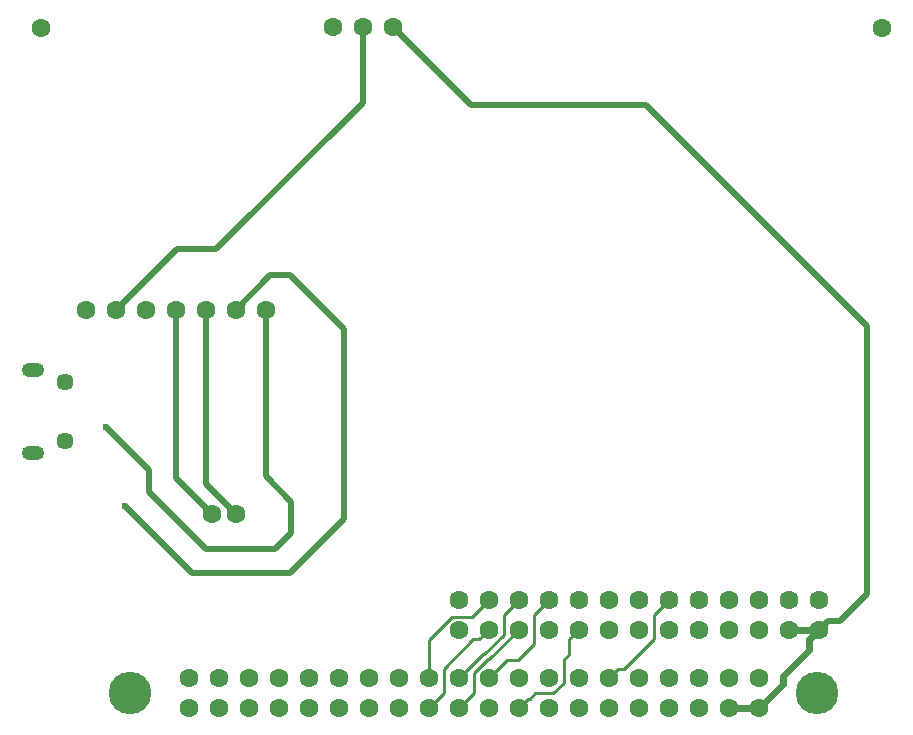
<source format=gbr>
G04 #@! TF.GenerationSoftware,KiCad,Pcbnew,5.0.2+dfsg1-1~bpo9+1*
G04 #@! TF.CreationDate,2019-03-08T11:12:02+00:00*
G04 #@! TF.ProjectId,thin_ZBS_screen,7468696e-5f5a-4425-935f-73637265656e,rev?*
G04 #@! TF.SameCoordinates,Original*
G04 #@! TF.FileFunction,Copper,L1,Top*
G04 #@! TF.FilePolarity,Positive*
%FSLAX46Y46*%
G04 Gerber Fmt 4.6, Leading zero omitted, Abs format (unit mm)*
G04 Created by KiCad (PCBNEW 5.0.2+dfsg1-1~bpo9+1) date Fri 08 Mar 2019 11:12:02 GMT*
%MOMM*%
%LPD*%
G01*
G04 APERTURE LIST*
G04 #@! TA.AperFunction,ComponentPad*
%ADD10C,1.600000*%
G04 #@! TD*
G04 #@! TA.AperFunction,ComponentPad*
%ADD11C,1.450000*%
G04 #@! TD*
G04 #@! TA.AperFunction,ComponentPad*
%ADD12O,1.900000X1.200000*%
G04 #@! TD*
G04 #@! TA.AperFunction,ComponentPad*
%ADD13C,3.600000*%
G04 #@! TD*
G04 #@! TA.AperFunction,ViaPad*
%ADD14C,0.600000*%
G04 #@! TD*
G04 #@! TA.AperFunction,Conductor*
%ADD15C,0.250000*%
G04 #@! TD*
G04 #@! TA.AperFunction,Conductor*
%ADD16C,0.500000*%
G04 #@! TD*
G04 #@! TA.AperFunction,Conductor*
%ADD17C,0.580000*%
G04 #@! TD*
G04 APERTURE END LIST*
D10*
G04 #@! TO.P,U1,19*
G04 #@! TO.N,Net-(U1-Pad19)*
X154940000Y-97028000D03*
G04 #@! TO.P,U1,20*
G04 #@! TO.N,Net-(U1-Pad20)*
X154940000Y-99568000D03*
G04 #@! TO.P,U1,17*
G04 #@! TO.N,Net-(U1-Pad17)*
X157480000Y-97028000D03*
G04 #@! TO.P,U1,15*
G04 #@! TO.N,Net-(U1-Pad15)*
X160020000Y-97028000D03*
G04 #@! TO.P,U1,13*
G04 #@! TO.N,Net-(U1-Pad13)*
X162560000Y-97028000D03*
G04 #@! TO.P,U1,11*
G04 #@! TO.N,Net-(U1-Pad11)*
X165100000Y-97028000D03*
G04 #@! TO.P,U1,9*
G04 #@! TO.N,Net-(U1-Pad9)*
X167640000Y-97028000D03*
G04 #@! TO.P,U1,7*
G04 #@! TO.N,Net-(U1-Pad7)*
X170180000Y-97028000D03*
G04 #@! TO.P,U1,5*
G04 #@! TO.N,Net-(U1-Pad5)*
X172720000Y-97028000D03*
G04 #@! TO.P,U1,3*
G04 #@! TO.N,Net-(U1-Pad3)*
X175260000Y-97028000D03*
G04 #@! TO.P,U1,1*
G04 #@! TO.N,Net-(U1-Pad1)*
X177800000Y-97028000D03*
G04 #@! TO.P,U1,18*
G04 #@! TO.N,Net-(U1-Pad18)*
X157480000Y-99568000D03*
G04 #@! TO.P,U1,16*
G04 #@! TO.N,Net-(U1-Pad16)*
X160020000Y-99568000D03*
G04 #@! TO.P,U1,14*
G04 #@! TO.N,Net-(U1-Pad14)*
X162560000Y-99568000D03*
G04 #@! TO.P,U1,12*
G04 #@! TO.N,Net-(U1-Pad12)*
X165100000Y-99568000D03*
G04 #@! TO.P,U1,10*
G04 #@! TO.N,Net-(U1-Pad10)*
X167640000Y-99568000D03*
G04 #@! TO.P,U1,8*
G04 #@! TO.N,Net-(U1-Pad8)*
X170180000Y-99568000D03*
G04 #@! TO.P,U1,6*
G04 #@! TO.N,Net-(SW1-Pad2)*
X172720000Y-99568000D03*
G04 #@! TO.P,U1,4*
G04 #@! TO.N,Net-(SW2-Pad1)*
X175260000Y-99568000D03*
G04 #@! TO.P,U1,2*
X177800000Y-99568000D03*
G04 #@! TO.P,U1,21*
G04 #@! TO.N,Net-(U1-Pad21)*
X152400000Y-97028000D03*
G04 #@! TO.P,U1,22*
G04 #@! TO.N,Net-(U1-Pad22)*
X152400000Y-99568000D03*
G04 #@! TO.P,U1,23*
G04 #@! TO.N,Net-(U1-Pad23)*
X149860000Y-97028000D03*
G04 #@! TO.P,U1,24*
G04 #@! TO.N,Net-(U1-Pad24)*
X149860000Y-99568000D03*
G04 #@! TO.P,U1,25*
G04 #@! TO.N,Net-(U1-Pad25)*
X147320000Y-97028000D03*
G04 #@! TO.P,U1,26*
G04 #@! TO.N,Net-(U1-Pad26)*
X147320000Y-99568000D03*
G04 #@! TD*
D11*
G04 #@! TO.P,J1,6*
G04 #@! TO.N,Net-(J1-Pad5)*
X113984500Y-83589500D03*
X113984500Y-78589500D03*
D12*
X111284500Y-84589500D03*
X111284500Y-77589500D03*
G04 #@! TD*
D10*
G04 #@! TO.P,U3,1*
G04 #@! TO.N,Net-(J1-Pad1)*
X131000500Y-72453500D03*
G04 #@! TO.P,U3,2*
G04 #@! TO.N,Net-(J1-Pad5)*
X128460500Y-72453500D03*
G04 #@! TO.P,U3,3*
G04 #@! TO.N,Net-(U3-Pad3)*
X125920500Y-72453500D03*
G04 #@! TO.P,U3,4*
G04 #@! TO.N,Net-(U3-Pad4)*
X123380500Y-72453500D03*
G04 #@! TO.P,U3,5*
G04 #@! TO.N,Net-(SW1-Pad2)*
X120840500Y-72453500D03*
G04 #@! TO.P,U3,6*
G04 #@! TO.N,Net-(SW2-Pad2)*
X118300500Y-72453500D03*
G04 #@! TO.P,U3,7*
G04 #@! TO.N,Net-(SW1-Pad1)*
X115760500Y-72453500D03*
G04 #@! TD*
G04 #@! TO.P,U4,1*
G04 #@! TO.N,Net-(U3-Pad4)*
X126428500Y-89725500D03*
G04 #@! TO.P,U4,2*
G04 #@! TO.N,Net-(U3-Pad3)*
X128460500Y-89725500D03*
G04 #@! TD*
G04 #@! TO.P,SW2,1*
G04 #@! TO.N,Net-(SW2-Pad1)*
X141732000Y-48514000D03*
G04 #@! TO.P,SW2,2*
G04 #@! TO.N,Net-(SW2-Pad2)*
X139192000Y-48514000D03*
G04 #@! TO.P,SW2,3*
G04 #@! TO.N,Net-(SW2-Pad3)*
X136652000Y-48514000D03*
G04 #@! TD*
D13*
G04 #@! TO.P,U2,0*
G04 #@! TO.N,N/C*
X177673000Y-104902000D03*
X119507000Y-104902000D03*
D10*
G04 #@! TO.P,U2,1*
G04 #@! TO.N,Net-(U2-Pad1)*
X172720000Y-103632000D03*
G04 #@! TO.P,U2,2*
G04 #@! TO.N,Net-(SW2-Pad1)*
X172720000Y-106172000D03*
G04 #@! TO.P,U2,3*
G04 #@! TO.N,Net-(U2-Pad3)*
X170180000Y-103632000D03*
G04 #@! TO.P,U2,4*
G04 #@! TO.N,Net-(SW2-Pad1)*
X170180000Y-106172000D03*
G04 #@! TO.P,U2,5*
G04 #@! TO.N,Net-(U2-Pad5)*
X167640000Y-103632000D03*
G04 #@! TO.P,U2,6*
G04 #@! TO.N,Net-(SW1-Pad2)*
X167640000Y-106172000D03*
G04 #@! TO.P,U2,7*
G04 #@! TO.N,Net-(U2-Pad7)*
X165100000Y-103632000D03*
G04 #@! TO.P,U2,8*
G04 #@! TO.N,Net-(U2-Pad8)*
X165100000Y-106172000D03*
G04 #@! TO.P,U2,9*
G04 #@! TO.N,Net-(U2-Pad9)*
X162560000Y-103632000D03*
G04 #@! TO.P,U2,10*
G04 #@! TO.N,Net-(U2-Pad10)*
X162560000Y-106172000D03*
G04 #@! TO.P,U2,11*
G04 #@! TO.N,Net-(U1-Pad11)*
X160020000Y-103632000D03*
G04 #@! TO.P,U2,12*
G04 #@! TO.N,Net-(U2-Pad12)*
X160020000Y-106172000D03*
G04 #@! TO.P,U2,13*
G04 #@! TO.N,Net-(U2-Pad13)*
X157480000Y-103632000D03*
G04 #@! TO.P,U2,14*
G04 #@! TO.N,Net-(U2-Pad14)*
X157480000Y-106172000D03*
G04 #@! TO.P,U2,15*
G04 #@! TO.N,Net-(U2-Pad15)*
X154940000Y-103632000D03*
G04 #@! TO.P,U2,16*
G04 #@! TO.N,Net-(U2-Pad16)*
X154940000Y-106172000D03*
G04 #@! TO.P,U2,17*
G04 #@! TO.N,Net-(U2-Pad17)*
X152400000Y-103632000D03*
G04 #@! TO.P,U2,18*
G04 #@! TO.N,Net-(U1-Pad18)*
X152400000Y-106172000D03*
G04 #@! TO.P,U2,19*
G04 #@! TO.N,Net-(U1-Pad19)*
X149860000Y-103632000D03*
G04 #@! TO.P,U2,20*
G04 #@! TO.N,Net-(U2-Pad20)*
X149860000Y-106172000D03*
G04 #@! TO.P,U2,21*
G04 #@! TO.N,Net-(U1-Pad21)*
X147320000Y-103632000D03*
G04 #@! TO.P,U2,22*
G04 #@! TO.N,Net-(U1-Pad22)*
X147320000Y-106172000D03*
G04 #@! TO.P,U2,23*
G04 #@! TO.N,Net-(U1-Pad23)*
X144780000Y-103632000D03*
G04 #@! TO.P,U2,24*
G04 #@! TO.N,Net-(U1-Pad24)*
X144780000Y-106172000D03*
G04 #@! TO.P,U2,25*
G04 #@! TO.N,Net-(U2-Pad25)*
X142240000Y-103632000D03*
G04 #@! TO.P,U2,26*
G04 #@! TO.N,Net-(U1-Pad26)*
X142240000Y-106172000D03*
G04 #@! TO.P,U2,27*
G04 #@! TO.N,Net-(U2-Pad27)*
X139700000Y-103632000D03*
G04 #@! TO.P,U2,28*
G04 #@! TO.N,Net-(U2-Pad28)*
X139700000Y-106172000D03*
G04 #@! TO.P,U2,29*
G04 #@! TO.N,Net-(U2-Pad29)*
X137160000Y-103632000D03*
G04 #@! TO.P,U2,30*
G04 #@! TO.N,Net-(U2-Pad30)*
X137160000Y-106172000D03*
G04 #@! TO.P,U2,31*
G04 #@! TO.N,Net-(U2-Pad31)*
X134620000Y-103632000D03*
G04 #@! TO.P,U2,32*
G04 #@! TO.N,Net-(U2-Pad32)*
X134620000Y-106172000D03*
G04 #@! TO.P,U2,33*
G04 #@! TO.N,Net-(U2-Pad33)*
X132080000Y-103632000D03*
G04 #@! TO.P,U2,34*
G04 #@! TO.N,Net-(U2-Pad34)*
X132080000Y-106172000D03*
G04 #@! TO.P,U2,35*
G04 #@! TO.N,Net-(U2-Pad35)*
X129540000Y-103632000D03*
G04 #@! TO.P,U2,36*
G04 #@! TO.N,Net-(U2-Pad36)*
X129540000Y-106172000D03*
G04 #@! TO.P,U2,37*
G04 #@! TO.N,Net-(U2-Pad37)*
X127000000Y-103632000D03*
G04 #@! TO.P,U2,38*
G04 #@! TO.N,Net-(U2-Pad38)*
X127000000Y-106172000D03*
G04 #@! TO.P,U2,39*
G04 #@! TO.N,Net-(U2-Pad39)*
X124460000Y-103632000D03*
G04 #@! TO.P,U2,40*
G04 #@! TO.N,Net-(U2-Pad40)*
X124460000Y-106172000D03*
G04 #@! TD*
G04 #@! TO.P,U5,1*
G04 #@! TO.N,Net-(U5-Pad1)*
X111950500Y-48577500D03*
G04 #@! TD*
G04 #@! TO.P,U6,1*
G04 #@! TO.N,Net-(U6-Pad1)*
X183134000Y-48577500D03*
G04 #@! TD*
D14*
G04 #@! TO.N,Net-(J1-Pad5)*
X119062500Y-89027000D03*
G04 #@! TO.N,Net-(J1-Pad1)*
X117475000Y-82359500D03*
G04 #@! TD*
D15*
G04 #@! TO.N,Net-(U1-Pad19)*
X154940000Y-97028000D02*
X153695400Y-98272600D01*
X153695400Y-98272600D02*
X153695400Y-100711000D01*
X153695400Y-100711000D02*
X152323800Y-102082600D01*
X151409400Y-102082600D02*
X149860000Y-103632000D01*
X152323800Y-102082600D02*
X151409400Y-102082600D01*
G04 #@! TO.N,Net-(U1-Pad11)*
X160819999Y-102832001D02*
X160020000Y-103632000D01*
X163830000Y-100330000D02*
X161327999Y-102832001D01*
X163830000Y-98298000D02*
X163830000Y-100330000D01*
X161327999Y-102832001D02*
X160819999Y-102832001D01*
X165100000Y-97028000D02*
X163830000Y-98298000D01*
G04 #@! TO.N,Net-(U1-Pad18)*
X156680001Y-100367999D02*
X156680001Y-101637999D01*
X157480000Y-99568000D02*
X156680001Y-100367999D01*
X156680001Y-101637999D02*
X156210000Y-102108000D01*
X156210000Y-104027002D02*
X155335002Y-104902000D01*
X156210000Y-102108000D02*
X156210000Y-104027002D01*
X153199999Y-105372001D02*
X152400000Y-106172000D01*
X153328409Y-105372001D02*
X153199999Y-105372001D01*
X153798410Y-104902000D02*
X153328409Y-105372001D01*
X155335002Y-104902000D02*
X153798410Y-104902000D01*
G04 #@! TO.N,Net-(U1-Pad21)*
X152400000Y-97028000D02*
X151130000Y-98298000D01*
X151130000Y-99963002D02*
X149493002Y-101600000D01*
X151130000Y-98298000D02*
X151130000Y-99963002D01*
X149352000Y-101600000D02*
X147320000Y-103632000D01*
X149493002Y-101600000D02*
X149352000Y-101600000D01*
G04 #@! TO.N,Net-(U1-Pad22)*
X149776988Y-102050010D02*
X148615400Y-103211598D01*
X152400000Y-99568000D02*
X149917990Y-102050010D01*
X149917990Y-102050010D02*
X149776988Y-102050010D01*
X148615400Y-104876600D02*
X147320000Y-106172000D01*
X148615400Y-103211598D02*
X148615400Y-104876600D01*
G04 #@! TO.N,Net-(U1-Pad23)*
X144780000Y-102500630D02*
X144780000Y-103632000D01*
X144780000Y-100442998D02*
X144780000Y-102500630D01*
X146779999Y-98442999D02*
X144780000Y-100442998D01*
X148445001Y-98442999D02*
X146779999Y-98442999D01*
X149860000Y-97028000D02*
X148445001Y-98442999D01*
G04 #@! TO.N,Net-(U1-Pad24)*
X146050000Y-104902000D02*
X144780000Y-106172000D01*
X148552001Y-100367999D02*
X146050000Y-102870000D01*
X149860000Y-99568000D02*
X149060001Y-100367999D01*
X146050000Y-102870000D02*
X146050000Y-104902000D01*
X149060001Y-100367999D02*
X148552001Y-100367999D01*
D16*
G04 #@! TO.N,Net-(J1-Pad5)*
X128460500Y-72453500D02*
X131381500Y-69532500D01*
X131381500Y-69532500D02*
X133032500Y-69532500D01*
X133032500Y-69532500D02*
X137604500Y-74104500D01*
X137604500Y-74104500D02*
X137604500Y-90170000D01*
X137604500Y-90170000D02*
X133032500Y-94742000D01*
X124777500Y-94742000D02*
X119062500Y-89027000D01*
X133032500Y-94742000D02*
X124777500Y-94742000D01*
G04 #@! TO.N,Net-(J1-Pad1)*
X131000500Y-72453500D02*
X131000500Y-86550500D01*
X131000500Y-86550500D02*
X133159500Y-88709500D01*
X133159500Y-88709500D02*
X133159500Y-91313000D01*
X133159500Y-91313000D02*
X131762500Y-92710000D01*
X131762500Y-92710000D02*
X125920500Y-92710000D01*
X125920500Y-92710000D02*
X121094500Y-87884000D01*
X121094500Y-85979000D02*
X117475000Y-82359500D01*
X121094500Y-87884000D02*
X121094500Y-85979000D01*
G04 #@! TO.N,Net-(U3-Pad3)*
X125920500Y-87185500D02*
X128460500Y-89725500D01*
X125920500Y-72453500D02*
X125920500Y-87185500D01*
G04 #@! TO.N,Net-(U3-Pad4)*
X123380500Y-86677500D02*
X126428500Y-89725500D01*
X123380500Y-72453500D02*
X123380500Y-86677500D01*
D17*
G04 #@! TO.N,Net-(SW2-Pad1)*
X177000001Y-100367999D02*
X177000001Y-101231599D01*
X177800000Y-99568000D02*
X177000001Y-100367999D01*
X177000001Y-101231599D02*
X174777400Y-103454200D01*
X174777400Y-104114600D02*
X172720000Y-106172000D01*
X174777400Y-103454200D02*
X174777400Y-104114600D01*
X170180000Y-106172000D02*
X172720000Y-106172000D01*
X175260000Y-99568000D02*
X177800000Y-99568000D01*
D16*
X179647108Y-98768001D02*
X181927500Y-96487609D01*
X178599999Y-98768001D02*
X179647108Y-98768001D01*
X177800000Y-99568000D02*
X178599999Y-98768001D01*
X181927500Y-96487609D02*
X181927500Y-73850500D01*
X181927500Y-73850500D02*
X163195000Y-55118000D01*
X148336000Y-55118000D02*
X141732000Y-48514000D01*
X163195000Y-55118000D02*
X148336000Y-55118000D01*
G04 #@! TO.N,Net-(SW2-Pad2)*
X123444000Y-67310000D02*
X126809500Y-67310000D01*
X118300500Y-72453500D02*
X123444000Y-67310000D01*
X139192000Y-54927500D02*
X139192000Y-48514000D01*
X126809500Y-67310000D02*
X139192000Y-54927500D01*
G04 #@! TD*
M02*

</source>
